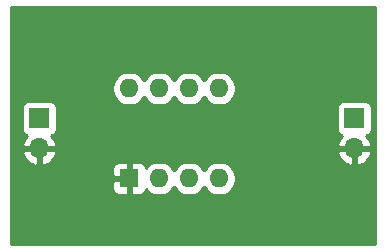
<source format=gbr>
%TF.GenerationSoftware,KiCad,Pcbnew,(5.1.8)-1*%
%TF.CreationDate,2020-12-30T23:34:54-06:00*%
%TF.ProjectId,Breakout_555,42726561-6b6f-4757-945f-3535352e6b69,rev?*%
%TF.SameCoordinates,Original*%
%TF.FileFunction,Copper,L2,Bot*%
%TF.FilePolarity,Positive*%
%FSLAX46Y46*%
G04 Gerber Fmt 4.6, Leading zero omitted, Abs format (unit mm)*
G04 Created by KiCad (PCBNEW (5.1.8)-1) date 2020-12-30 23:34:54*
%MOMM*%
%LPD*%
G01*
G04 APERTURE LIST*
%TA.AperFunction,ComponentPad*%
%ADD10R,1.700000X1.700000*%
%TD*%
%TA.AperFunction,ComponentPad*%
%ADD11O,1.700000X1.700000*%
%TD*%
%TA.AperFunction,ComponentPad*%
%ADD12R,1.600000X1.600000*%
%TD*%
%TA.AperFunction,ComponentPad*%
%ADD13O,1.600000X1.600000*%
%TD*%
%TA.AperFunction,ViaPad*%
%ADD14C,0.800000*%
%TD*%
%TA.AperFunction,Conductor*%
%ADD15C,0.254000*%
%TD*%
%TA.AperFunction,Conductor*%
%ADD16C,0.100000*%
%TD*%
G04 APERTURE END LIST*
D10*
%TO.P,BT1,1*%
%TO.N,+9V*%
X115570000Y-90170000D03*
D11*
%TO.P,BT1,2*%
%TO.N,GND*%
X115570000Y-92710000D03*
%TD*%
D12*
%TO.P,U1,1*%
%TO.N,GND*%
X123190000Y-95250000D03*
D13*
%TO.P,U1,5*%
%TO.N,Net-(C2-Pad1)*%
X130810000Y-87630000D03*
%TO.P,U1,2*%
%TO.N,/trig_thrs*%
X125730000Y-95250000D03*
%TO.P,U1,6*%
X128270000Y-87630000D03*
%TO.P,U1,3*%
%TO.N,/clk*%
X128270000Y-95250000D03*
%TO.P,U1,7*%
%TO.N,/dis*%
X125730000Y-87630000D03*
%TO.P,U1,4*%
%TO.N,+9V*%
X130810000Y-95250000D03*
%TO.P,U1,8*%
X123190000Y-87630000D03*
%TD*%
D10*
%TO.P,J1,1*%
%TO.N,/clk*%
X142240000Y-90170000D03*
D11*
%TO.P,J1,2*%
%TO.N,GND*%
X142240000Y-92710000D03*
%TD*%
D14*
%TO.N,GND*%
X114300000Y-83185000D03*
X118745000Y-83185000D03*
X116840000Y-83185000D03*
X114300000Y-85090000D03*
X116840000Y-85090000D03*
X115570000Y-95885000D03*
X115570000Y-97790000D03*
X142240000Y-95250000D03*
X139700000Y-95250000D03*
X137160000Y-95250000D03*
X134620000Y-95250000D03*
X133350000Y-97155000D03*
X133350000Y-99060000D03*
X130810000Y-98425000D03*
X141605000Y-84455000D03*
X143510000Y-82550000D03*
X120015000Y-85725000D03*
X123190000Y-92710000D03*
%TD*%
D15*
%TO.N,GND*%
X144018000Y-100838000D02*
X113157000Y-100838000D01*
X113157000Y-96050000D01*
X121751928Y-96050000D01*
X121764188Y-96174482D01*
X121800498Y-96294180D01*
X121859463Y-96404494D01*
X121938815Y-96501185D01*
X122035506Y-96580537D01*
X122145820Y-96639502D01*
X122265518Y-96675812D01*
X122390000Y-96688072D01*
X122904250Y-96685000D01*
X123063000Y-96526250D01*
X123063000Y-95377000D01*
X121913750Y-95377000D01*
X121755000Y-95535750D01*
X121751928Y-96050000D01*
X113157000Y-96050000D01*
X113157000Y-94450000D01*
X121751928Y-94450000D01*
X121755000Y-94964250D01*
X121913750Y-95123000D01*
X123063000Y-95123000D01*
X123063000Y-93973750D01*
X123317000Y-93973750D01*
X123317000Y-95123000D01*
X123337000Y-95123000D01*
X123337000Y-95377000D01*
X123317000Y-95377000D01*
X123317000Y-96526250D01*
X123475750Y-96685000D01*
X123990000Y-96688072D01*
X124114482Y-96675812D01*
X124234180Y-96639502D01*
X124344494Y-96580537D01*
X124441185Y-96501185D01*
X124520537Y-96404494D01*
X124579502Y-96294180D01*
X124615812Y-96174482D01*
X124616643Y-96166039D01*
X124815241Y-96364637D01*
X125050273Y-96521680D01*
X125311426Y-96629853D01*
X125588665Y-96685000D01*
X125871335Y-96685000D01*
X126148574Y-96629853D01*
X126409727Y-96521680D01*
X126644759Y-96364637D01*
X126844637Y-96164759D01*
X127000000Y-95932241D01*
X127155363Y-96164759D01*
X127355241Y-96364637D01*
X127590273Y-96521680D01*
X127851426Y-96629853D01*
X128128665Y-96685000D01*
X128411335Y-96685000D01*
X128688574Y-96629853D01*
X128949727Y-96521680D01*
X129184759Y-96364637D01*
X129384637Y-96164759D01*
X129540000Y-95932241D01*
X129695363Y-96164759D01*
X129895241Y-96364637D01*
X130130273Y-96521680D01*
X130391426Y-96629853D01*
X130668665Y-96685000D01*
X130951335Y-96685000D01*
X131228574Y-96629853D01*
X131489727Y-96521680D01*
X131724759Y-96364637D01*
X131924637Y-96164759D01*
X132081680Y-95929727D01*
X132189853Y-95668574D01*
X132245000Y-95391335D01*
X132245000Y-95108665D01*
X132189853Y-94831426D01*
X132081680Y-94570273D01*
X131924637Y-94335241D01*
X131724759Y-94135363D01*
X131489727Y-93978320D01*
X131228574Y-93870147D01*
X130951335Y-93815000D01*
X130668665Y-93815000D01*
X130391426Y-93870147D01*
X130130273Y-93978320D01*
X129895241Y-94135363D01*
X129695363Y-94335241D01*
X129540000Y-94567759D01*
X129384637Y-94335241D01*
X129184759Y-94135363D01*
X128949727Y-93978320D01*
X128688574Y-93870147D01*
X128411335Y-93815000D01*
X128128665Y-93815000D01*
X127851426Y-93870147D01*
X127590273Y-93978320D01*
X127355241Y-94135363D01*
X127155363Y-94335241D01*
X127000000Y-94567759D01*
X126844637Y-94335241D01*
X126644759Y-94135363D01*
X126409727Y-93978320D01*
X126148574Y-93870147D01*
X125871335Y-93815000D01*
X125588665Y-93815000D01*
X125311426Y-93870147D01*
X125050273Y-93978320D01*
X124815241Y-94135363D01*
X124616643Y-94333961D01*
X124615812Y-94325518D01*
X124579502Y-94205820D01*
X124520537Y-94095506D01*
X124441185Y-93998815D01*
X124344494Y-93919463D01*
X124234180Y-93860498D01*
X124114482Y-93824188D01*
X123990000Y-93811928D01*
X123475750Y-93815000D01*
X123317000Y-93973750D01*
X123063000Y-93973750D01*
X122904250Y-93815000D01*
X122390000Y-93811928D01*
X122265518Y-93824188D01*
X122145820Y-93860498D01*
X122035506Y-93919463D01*
X121938815Y-93998815D01*
X121859463Y-94095506D01*
X121800498Y-94205820D01*
X121764188Y-94325518D01*
X121751928Y-94450000D01*
X113157000Y-94450000D01*
X113157000Y-93066890D01*
X114128524Y-93066890D01*
X114173175Y-93214099D01*
X114298359Y-93476920D01*
X114472412Y-93710269D01*
X114688645Y-93905178D01*
X114938748Y-94054157D01*
X115213109Y-94151481D01*
X115443000Y-94030814D01*
X115443000Y-92837000D01*
X115697000Y-92837000D01*
X115697000Y-94030814D01*
X115926891Y-94151481D01*
X116201252Y-94054157D01*
X116451355Y-93905178D01*
X116667588Y-93710269D01*
X116841641Y-93476920D01*
X116966825Y-93214099D01*
X117011476Y-93066890D01*
X140798524Y-93066890D01*
X140843175Y-93214099D01*
X140968359Y-93476920D01*
X141142412Y-93710269D01*
X141358645Y-93905178D01*
X141608748Y-94054157D01*
X141883109Y-94151481D01*
X142113000Y-94030814D01*
X142113000Y-92837000D01*
X142367000Y-92837000D01*
X142367000Y-94030814D01*
X142596891Y-94151481D01*
X142871252Y-94054157D01*
X143121355Y-93905178D01*
X143337588Y-93710269D01*
X143511641Y-93476920D01*
X143636825Y-93214099D01*
X143681476Y-93066890D01*
X143560155Y-92837000D01*
X142367000Y-92837000D01*
X142113000Y-92837000D01*
X140919845Y-92837000D01*
X140798524Y-93066890D01*
X117011476Y-93066890D01*
X116890155Y-92837000D01*
X115697000Y-92837000D01*
X115443000Y-92837000D01*
X114249845Y-92837000D01*
X114128524Y-93066890D01*
X113157000Y-93066890D01*
X113157000Y-89320000D01*
X114081928Y-89320000D01*
X114081928Y-91020000D01*
X114094188Y-91144482D01*
X114130498Y-91264180D01*
X114189463Y-91374494D01*
X114268815Y-91471185D01*
X114365506Y-91550537D01*
X114475820Y-91609502D01*
X114556466Y-91633966D01*
X114472412Y-91709731D01*
X114298359Y-91943080D01*
X114173175Y-92205901D01*
X114128524Y-92353110D01*
X114249845Y-92583000D01*
X115443000Y-92583000D01*
X115443000Y-92563000D01*
X115697000Y-92563000D01*
X115697000Y-92583000D01*
X116890155Y-92583000D01*
X117011476Y-92353110D01*
X116966825Y-92205901D01*
X116841641Y-91943080D01*
X116667588Y-91709731D01*
X116583534Y-91633966D01*
X116664180Y-91609502D01*
X116774494Y-91550537D01*
X116871185Y-91471185D01*
X116950537Y-91374494D01*
X117009502Y-91264180D01*
X117045812Y-91144482D01*
X117058072Y-91020000D01*
X117058072Y-89320000D01*
X140751928Y-89320000D01*
X140751928Y-91020000D01*
X140764188Y-91144482D01*
X140800498Y-91264180D01*
X140859463Y-91374494D01*
X140938815Y-91471185D01*
X141035506Y-91550537D01*
X141145820Y-91609502D01*
X141226466Y-91633966D01*
X141142412Y-91709731D01*
X140968359Y-91943080D01*
X140843175Y-92205901D01*
X140798524Y-92353110D01*
X140919845Y-92583000D01*
X142113000Y-92583000D01*
X142113000Y-92563000D01*
X142367000Y-92563000D01*
X142367000Y-92583000D01*
X143560155Y-92583000D01*
X143681476Y-92353110D01*
X143636825Y-92205901D01*
X143511641Y-91943080D01*
X143337588Y-91709731D01*
X143253534Y-91633966D01*
X143334180Y-91609502D01*
X143444494Y-91550537D01*
X143541185Y-91471185D01*
X143620537Y-91374494D01*
X143679502Y-91264180D01*
X143715812Y-91144482D01*
X143728072Y-91020000D01*
X143728072Y-89320000D01*
X143715812Y-89195518D01*
X143679502Y-89075820D01*
X143620537Y-88965506D01*
X143541185Y-88868815D01*
X143444494Y-88789463D01*
X143334180Y-88730498D01*
X143214482Y-88694188D01*
X143090000Y-88681928D01*
X141390000Y-88681928D01*
X141265518Y-88694188D01*
X141145820Y-88730498D01*
X141035506Y-88789463D01*
X140938815Y-88868815D01*
X140859463Y-88965506D01*
X140800498Y-89075820D01*
X140764188Y-89195518D01*
X140751928Y-89320000D01*
X117058072Y-89320000D01*
X117045812Y-89195518D01*
X117009502Y-89075820D01*
X116950537Y-88965506D01*
X116871185Y-88868815D01*
X116774494Y-88789463D01*
X116664180Y-88730498D01*
X116544482Y-88694188D01*
X116420000Y-88681928D01*
X114720000Y-88681928D01*
X114595518Y-88694188D01*
X114475820Y-88730498D01*
X114365506Y-88789463D01*
X114268815Y-88868815D01*
X114189463Y-88965506D01*
X114130498Y-89075820D01*
X114094188Y-89195518D01*
X114081928Y-89320000D01*
X113157000Y-89320000D01*
X113157000Y-87488665D01*
X121755000Y-87488665D01*
X121755000Y-87771335D01*
X121810147Y-88048574D01*
X121918320Y-88309727D01*
X122075363Y-88544759D01*
X122275241Y-88744637D01*
X122510273Y-88901680D01*
X122771426Y-89009853D01*
X123048665Y-89065000D01*
X123331335Y-89065000D01*
X123608574Y-89009853D01*
X123869727Y-88901680D01*
X124104759Y-88744637D01*
X124304637Y-88544759D01*
X124460000Y-88312241D01*
X124615363Y-88544759D01*
X124815241Y-88744637D01*
X125050273Y-88901680D01*
X125311426Y-89009853D01*
X125588665Y-89065000D01*
X125871335Y-89065000D01*
X126148574Y-89009853D01*
X126409727Y-88901680D01*
X126644759Y-88744637D01*
X126844637Y-88544759D01*
X127000000Y-88312241D01*
X127155363Y-88544759D01*
X127355241Y-88744637D01*
X127590273Y-88901680D01*
X127851426Y-89009853D01*
X128128665Y-89065000D01*
X128411335Y-89065000D01*
X128688574Y-89009853D01*
X128949727Y-88901680D01*
X129184759Y-88744637D01*
X129384637Y-88544759D01*
X129540000Y-88312241D01*
X129695363Y-88544759D01*
X129895241Y-88744637D01*
X130130273Y-88901680D01*
X130391426Y-89009853D01*
X130668665Y-89065000D01*
X130951335Y-89065000D01*
X131228574Y-89009853D01*
X131489727Y-88901680D01*
X131724759Y-88744637D01*
X131924637Y-88544759D01*
X132081680Y-88309727D01*
X132189853Y-88048574D01*
X132245000Y-87771335D01*
X132245000Y-87488665D01*
X132189853Y-87211426D01*
X132081680Y-86950273D01*
X131924637Y-86715241D01*
X131724759Y-86515363D01*
X131489727Y-86358320D01*
X131228574Y-86250147D01*
X130951335Y-86195000D01*
X130668665Y-86195000D01*
X130391426Y-86250147D01*
X130130273Y-86358320D01*
X129895241Y-86515363D01*
X129695363Y-86715241D01*
X129540000Y-86947759D01*
X129384637Y-86715241D01*
X129184759Y-86515363D01*
X128949727Y-86358320D01*
X128688574Y-86250147D01*
X128411335Y-86195000D01*
X128128665Y-86195000D01*
X127851426Y-86250147D01*
X127590273Y-86358320D01*
X127355241Y-86515363D01*
X127155363Y-86715241D01*
X127000000Y-86947759D01*
X126844637Y-86715241D01*
X126644759Y-86515363D01*
X126409727Y-86358320D01*
X126148574Y-86250147D01*
X125871335Y-86195000D01*
X125588665Y-86195000D01*
X125311426Y-86250147D01*
X125050273Y-86358320D01*
X124815241Y-86515363D01*
X124615363Y-86715241D01*
X124460000Y-86947759D01*
X124304637Y-86715241D01*
X124104759Y-86515363D01*
X123869727Y-86358320D01*
X123608574Y-86250147D01*
X123331335Y-86195000D01*
X123048665Y-86195000D01*
X122771426Y-86250147D01*
X122510273Y-86358320D01*
X122275241Y-86515363D01*
X122075363Y-86715241D01*
X121918320Y-86950273D01*
X121810147Y-87211426D01*
X121755000Y-87488665D01*
X113157000Y-87488665D01*
X113157000Y-80772000D01*
X144018000Y-80772000D01*
X144018000Y-100838000D01*
%TA.AperFunction,Conductor*%
D16*
G36*
X144018000Y-100838000D02*
G01*
X113157000Y-100838000D01*
X113157000Y-96050000D01*
X121751928Y-96050000D01*
X121764188Y-96174482D01*
X121800498Y-96294180D01*
X121859463Y-96404494D01*
X121938815Y-96501185D01*
X122035506Y-96580537D01*
X122145820Y-96639502D01*
X122265518Y-96675812D01*
X122390000Y-96688072D01*
X122904250Y-96685000D01*
X123063000Y-96526250D01*
X123063000Y-95377000D01*
X121913750Y-95377000D01*
X121755000Y-95535750D01*
X121751928Y-96050000D01*
X113157000Y-96050000D01*
X113157000Y-94450000D01*
X121751928Y-94450000D01*
X121755000Y-94964250D01*
X121913750Y-95123000D01*
X123063000Y-95123000D01*
X123063000Y-93973750D01*
X123317000Y-93973750D01*
X123317000Y-95123000D01*
X123337000Y-95123000D01*
X123337000Y-95377000D01*
X123317000Y-95377000D01*
X123317000Y-96526250D01*
X123475750Y-96685000D01*
X123990000Y-96688072D01*
X124114482Y-96675812D01*
X124234180Y-96639502D01*
X124344494Y-96580537D01*
X124441185Y-96501185D01*
X124520537Y-96404494D01*
X124579502Y-96294180D01*
X124615812Y-96174482D01*
X124616643Y-96166039D01*
X124815241Y-96364637D01*
X125050273Y-96521680D01*
X125311426Y-96629853D01*
X125588665Y-96685000D01*
X125871335Y-96685000D01*
X126148574Y-96629853D01*
X126409727Y-96521680D01*
X126644759Y-96364637D01*
X126844637Y-96164759D01*
X127000000Y-95932241D01*
X127155363Y-96164759D01*
X127355241Y-96364637D01*
X127590273Y-96521680D01*
X127851426Y-96629853D01*
X128128665Y-96685000D01*
X128411335Y-96685000D01*
X128688574Y-96629853D01*
X128949727Y-96521680D01*
X129184759Y-96364637D01*
X129384637Y-96164759D01*
X129540000Y-95932241D01*
X129695363Y-96164759D01*
X129895241Y-96364637D01*
X130130273Y-96521680D01*
X130391426Y-96629853D01*
X130668665Y-96685000D01*
X130951335Y-96685000D01*
X131228574Y-96629853D01*
X131489727Y-96521680D01*
X131724759Y-96364637D01*
X131924637Y-96164759D01*
X132081680Y-95929727D01*
X132189853Y-95668574D01*
X132245000Y-95391335D01*
X132245000Y-95108665D01*
X132189853Y-94831426D01*
X132081680Y-94570273D01*
X131924637Y-94335241D01*
X131724759Y-94135363D01*
X131489727Y-93978320D01*
X131228574Y-93870147D01*
X130951335Y-93815000D01*
X130668665Y-93815000D01*
X130391426Y-93870147D01*
X130130273Y-93978320D01*
X129895241Y-94135363D01*
X129695363Y-94335241D01*
X129540000Y-94567759D01*
X129384637Y-94335241D01*
X129184759Y-94135363D01*
X128949727Y-93978320D01*
X128688574Y-93870147D01*
X128411335Y-93815000D01*
X128128665Y-93815000D01*
X127851426Y-93870147D01*
X127590273Y-93978320D01*
X127355241Y-94135363D01*
X127155363Y-94335241D01*
X127000000Y-94567759D01*
X126844637Y-94335241D01*
X126644759Y-94135363D01*
X126409727Y-93978320D01*
X126148574Y-93870147D01*
X125871335Y-93815000D01*
X125588665Y-93815000D01*
X125311426Y-93870147D01*
X125050273Y-93978320D01*
X124815241Y-94135363D01*
X124616643Y-94333961D01*
X124615812Y-94325518D01*
X124579502Y-94205820D01*
X124520537Y-94095506D01*
X124441185Y-93998815D01*
X124344494Y-93919463D01*
X124234180Y-93860498D01*
X124114482Y-93824188D01*
X123990000Y-93811928D01*
X123475750Y-93815000D01*
X123317000Y-93973750D01*
X123063000Y-93973750D01*
X122904250Y-93815000D01*
X122390000Y-93811928D01*
X122265518Y-93824188D01*
X122145820Y-93860498D01*
X122035506Y-93919463D01*
X121938815Y-93998815D01*
X121859463Y-94095506D01*
X121800498Y-94205820D01*
X121764188Y-94325518D01*
X121751928Y-94450000D01*
X113157000Y-94450000D01*
X113157000Y-93066890D01*
X114128524Y-93066890D01*
X114173175Y-93214099D01*
X114298359Y-93476920D01*
X114472412Y-93710269D01*
X114688645Y-93905178D01*
X114938748Y-94054157D01*
X115213109Y-94151481D01*
X115443000Y-94030814D01*
X115443000Y-92837000D01*
X115697000Y-92837000D01*
X115697000Y-94030814D01*
X115926891Y-94151481D01*
X116201252Y-94054157D01*
X116451355Y-93905178D01*
X116667588Y-93710269D01*
X116841641Y-93476920D01*
X116966825Y-93214099D01*
X117011476Y-93066890D01*
X140798524Y-93066890D01*
X140843175Y-93214099D01*
X140968359Y-93476920D01*
X141142412Y-93710269D01*
X141358645Y-93905178D01*
X141608748Y-94054157D01*
X141883109Y-94151481D01*
X142113000Y-94030814D01*
X142113000Y-92837000D01*
X142367000Y-92837000D01*
X142367000Y-94030814D01*
X142596891Y-94151481D01*
X142871252Y-94054157D01*
X143121355Y-93905178D01*
X143337588Y-93710269D01*
X143511641Y-93476920D01*
X143636825Y-93214099D01*
X143681476Y-93066890D01*
X143560155Y-92837000D01*
X142367000Y-92837000D01*
X142113000Y-92837000D01*
X140919845Y-92837000D01*
X140798524Y-93066890D01*
X117011476Y-93066890D01*
X116890155Y-92837000D01*
X115697000Y-92837000D01*
X115443000Y-92837000D01*
X114249845Y-92837000D01*
X114128524Y-93066890D01*
X113157000Y-93066890D01*
X113157000Y-89320000D01*
X114081928Y-89320000D01*
X114081928Y-91020000D01*
X114094188Y-91144482D01*
X114130498Y-91264180D01*
X114189463Y-91374494D01*
X114268815Y-91471185D01*
X114365506Y-91550537D01*
X114475820Y-91609502D01*
X114556466Y-91633966D01*
X114472412Y-91709731D01*
X114298359Y-91943080D01*
X114173175Y-92205901D01*
X114128524Y-92353110D01*
X114249845Y-92583000D01*
X115443000Y-92583000D01*
X115443000Y-92563000D01*
X115697000Y-92563000D01*
X115697000Y-92583000D01*
X116890155Y-92583000D01*
X117011476Y-92353110D01*
X116966825Y-92205901D01*
X116841641Y-91943080D01*
X116667588Y-91709731D01*
X116583534Y-91633966D01*
X116664180Y-91609502D01*
X116774494Y-91550537D01*
X116871185Y-91471185D01*
X116950537Y-91374494D01*
X117009502Y-91264180D01*
X117045812Y-91144482D01*
X117058072Y-91020000D01*
X117058072Y-89320000D01*
X140751928Y-89320000D01*
X140751928Y-91020000D01*
X140764188Y-91144482D01*
X140800498Y-91264180D01*
X140859463Y-91374494D01*
X140938815Y-91471185D01*
X141035506Y-91550537D01*
X141145820Y-91609502D01*
X141226466Y-91633966D01*
X141142412Y-91709731D01*
X140968359Y-91943080D01*
X140843175Y-92205901D01*
X140798524Y-92353110D01*
X140919845Y-92583000D01*
X142113000Y-92583000D01*
X142113000Y-92563000D01*
X142367000Y-92563000D01*
X142367000Y-92583000D01*
X143560155Y-92583000D01*
X143681476Y-92353110D01*
X143636825Y-92205901D01*
X143511641Y-91943080D01*
X143337588Y-91709731D01*
X143253534Y-91633966D01*
X143334180Y-91609502D01*
X143444494Y-91550537D01*
X143541185Y-91471185D01*
X143620537Y-91374494D01*
X143679502Y-91264180D01*
X143715812Y-91144482D01*
X143728072Y-91020000D01*
X143728072Y-89320000D01*
X143715812Y-89195518D01*
X143679502Y-89075820D01*
X143620537Y-88965506D01*
X143541185Y-88868815D01*
X143444494Y-88789463D01*
X143334180Y-88730498D01*
X143214482Y-88694188D01*
X143090000Y-88681928D01*
X141390000Y-88681928D01*
X141265518Y-88694188D01*
X141145820Y-88730498D01*
X141035506Y-88789463D01*
X140938815Y-88868815D01*
X140859463Y-88965506D01*
X140800498Y-89075820D01*
X140764188Y-89195518D01*
X140751928Y-89320000D01*
X117058072Y-89320000D01*
X117045812Y-89195518D01*
X117009502Y-89075820D01*
X116950537Y-88965506D01*
X116871185Y-88868815D01*
X116774494Y-88789463D01*
X116664180Y-88730498D01*
X116544482Y-88694188D01*
X116420000Y-88681928D01*
X114720000Y-88681928D01*
X114595518Y-88694188D01*
X114475820Y-88730498D01*
X114365506Y-88789463D01*
X114268815Y-88868815D01*
X114189463Y-88965506D01*
X114130498Y-89075820D01*
X114094188Y-89195518D01*
X114081928Y-89320000D01*
X113157000Y-89320000D01*
X113157000Y-87488665D01*
X121755000Y-87488665D01*
X121755000Y-87771335D01*
X121810147Y-88048574D01*
X121918320Y-88309727D01*
X122075363Y-88544759D01*
X122275241Y-88744637D01*
X122510273Y-88901680D01*
X122771426Y-89009853D01*
X123048665Y-89065000D01*
X123331335Y-89065000D01*
X123608574Y-89009853D01*
X123869727Y-88901680D01*
X124104759Y-88744637D01*
X124304637Y-88544759D01*
X124460000Y-88312241D01*
X124615363Y-88544759D01*
X124815241Y-88744637D01*
X125050273Y-88901680D01*
X125311426Y-89009853D01*
X125588665Y-89065000D01*
X125871335Y-89065000D01*
X126148574Y-89009853D01*
X126409727Y-88901680D01*
X126644759Y-88744637D01*
X126844637Y-88544759D01*
X127000000Y-88312241D01*
X127155363Y-88544759D01*
X127355241Y-88744637D01*
X127590273Y-88901680D01*
X127851426Y-89009853D01*
X128128665Y-89065000D01*
X128411335Y-89065000D01*
X128688574Y-89009853D01*
X128949727Y-88901680D01*
X129184759Y-88744637D01*
X129384637Y-88544759D01*
X129540000Y-88312241D01*
X129695363Y-88544759D01*
X129895241Y-88744637D01*
X130130273Y-88901680D01*
X130391426Y-89009853D01*
X130668665Y-89065000D01*
X130951335Y-89065000D01*
X131228574Y-89009853D01*
X131489727Y-88901680D01*
X131724759Y-88744637D01*
X131924637Y-88544759D01*
X132081680Y-88309727D01*
X132189853Y-88048574D01*
X132245000Y-87771335D01*
X132245000Y-87488665D01*
X132189853Y-87211426D01*
X132081680Y-86950273D01*
X131924637Y-86715241D01*
X131724759Y-86515363D01*
X131489727Y-86358320D01*
X131228574Y-86250147D01*
X130951335Y-86195000D01*
X130668665Y-86195000D01*
X130391426Y-86250147D01*
X130130273Y-86358320D01*
X129895241Y-86515363D01*
X129695363Y-86715241D01*
X129540000Y-86947759D01*
X129384637Y-86715241D01*
X129184759Y-86515363D01*
X128949727Y-86358320D01*
X128688574Y-86250147D01*
X128411335Y-86195000D01*
X128128665Y-86195000D01*
X127851426Y-86250147D01*
X127590273Y-86358320D01*
X127355241Y-86515363D01*
X127155363Y-86715241D01*
X127000000Y-86947759D01*
X126844637Y-86715241D01*
X126644759Y-86515363D01*
X126409727Y-86358320D01*
X126148574Y-86250147D01*
X125871335Y-86195000D01*
X125588665Y-86195000D01*
X125311426Y-86250147D01*
X125050273Y-86358320D01*
X124815241Y-86515363D01*
X124615363Y-86715241D01*
X124460000Y-86947759D01*
X124304637Y-86715241D01*
X124104759Y-86515363D01*
X123869727Y-86358320D01*
X123608574Y-86250147D01*
X123331335Y-86195000D01*
X123048665Y-86195000D01*
X122771426Y-86250147D01*
X122510273Y-86358320D01*
X122275241Y-86515363D01*
X122075363Y-86715241D01*
X121918320Y-86950273D01*
X121810147Y-87211426D01*
X121755000Y-87488665D01*
X113157000Y-87488665D01*
X113157000Y-80772000D01*
X144018000Y-80772000D01*
X144018000Y-100838000D01*
G37*
%TD.AperFunction*%
%TD*%
M02*

</source>
